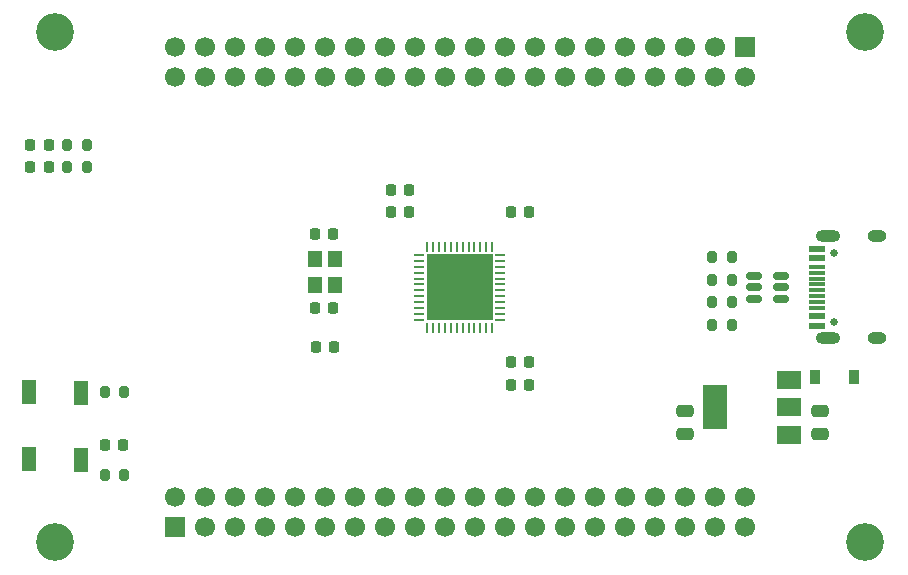
<source format=gbr>
%TF.GenerationSoftware,KiCad,Pcbnew,6.0.2+dfsg-1*%
%TF.CreationDate,2022-03-05T11:59:17+08:00*%
%TF.ProjectId,mcustm32f411,6d637573-746d-4333-9266-3431312e6b69,a*%
%TF.SameCoordinates,Original*%
%TF.FileFunction,Soldermask,Top*%
%TF.FilePolarity,Negative*%
%FSLAX46Y46*%
G04 Gerber Fmt 4.6, Leading zero omitted, Abs format (unit mm)*
G04 Created by KiCad (PCBNEW 6.0.2+dfsg-1) date 2022-03-05 11:59:17*
%MOMM*%
%LPD*%
G01*
G04 APERTURE LIST*
G04 Aperture macros list*
%AMRoundRect*
0 Rectangle with rounded corners*
0 $1 Rounding radius*
0 $2 $3 $4 $5 $6 $7 $8 $9 X,Y pos of 4 corners*
0 Add a 4 corners polygon primitive as box body*
4,1,4,$2,$3,$4,$5,$6,$7,$8,$9,$2,$3,0*
0 Add four circle primitives for the rounded corners*
1,1,$1+$1,$2,$3*
1,1,$1+$1,$4,$5*
1,1,$1+$1,$6,$7*
1,1,$1+$1,$8,$9*
0 Add four rect primitives between the rounded corners*
20,1,$1+$1,$2,$3,$4,$5,0*
20,1,$1+$1,$4,$5,$6,$7,0*
20,1,$1+$1,$6,$7,$8,$9,0*
20,1,$1+$1,$8,$9,$2,$3,0*%
G04 Aperture macros list end*
%ADD10RoundRect,0.225000X-0.225000X-0.250000X0.225000X-0.250000X0.225000X0.250000X-0.225000X0.250000X0*%
%ADD11R,0.900000X1.200000*%
%ADD12C,0.650000*%
%ADD13R,1.450000X0.600000*%
%ADD14R,1.450000X0.300000*%
%ADD15O,2.100000X1.000000*%
%ADD16O,1.600000X1.000000*%
%ADD17R,1.200000X2.000000*%
%ADD18RoundRect,0.225000X0.225000X0.250000X-0.225000X0.250000X-0.225000X-0.250000X0.225000X-0.250000X0*%
%ADD19R,2.000000X1.500000*%
%ADD20R,2.000000X3.800000*%
%ADD21RoundRect,0.250000X-0.475000X0.250000X-0.475000X-0.250000X0.475000X-0.250000X0.475000X0.250000X0*%
%ADD22RoundRect,0.200000X-0.200000X-0.275000X0.200000X-0.275000X0.200000X0.275000X-0.200000X0.275000X0*%
%ADD23RoundRect,0.218750X0.218750X0.256250X-0.218750X0.256250X-0.218750X-0.256250X0.218750X-0.256250X0*%
%ADD24C,1.700000*%
%ADD25R,1.700000X1.700000*%
%ADD26C,3.200000*%
%ADD27RoundRect,0.150000X-0.512500X-0.150000X0.512500X-0.150000X0.512500X0.150000X-0.512500X0.150000X0*%
%ADD28RoundRect,0.200000X0.200000X0.275000X-0.200000X0.275000X-0.200000X-0.275000X0.200000X-0.275000X0*%
%ADD29R,1.200000X1.400000*%
%ADD30RoundRect,0.062500X-0.375000X-0.062500X0.375000X-0.062500X0.375000X0.062500X-0.375000X0.062500X0*%
%ADD31RoundRect,0.062500X-0.062500X-0.375000X0.062500X-0.375000X0.062500X0.375000X-0.062500X0.375000X0*%
%ADD32R,5.600000X5.600000*%
G04 APERTURE END LIST*
D10*
%TO.C,C9*%
X156705000Y-109855000D03*
X158255000Y-109855000D03*
%TD*%
D11*
%TO.C,D1*%
X182500000Y-109220000D03*
X185800000Y-109220000D03*
%TD*%
D12*
%TO.C,J1*%
X184090000Y-98710000D03*
X184090000Y-104490000D03*
D13*
X182645000Y-104850000D03*
X182645000Y-104050000D03*
D14*
X182645000Y-102850000D03*
X182645000Y-101850000D03*
X182645000Y-101350000D03*
X182645000Y-100350000D03*
D13*
X182645000Y-99150000D03*
X182645000Y-98350000D03*
X182645000Y-98350000D03*
X182645000Y-99150000D03*
D14*
X182645000Y-99850000D03*
X182645000Y-100850000D03*
X182645000Y-102350000D03*
X182645000Y-103350000D03*
D13*
X182645000Y-104050000D03*
X182645000Y-104850000D03*
D15*
X183560000Y-105920000D03*
X183560000Y-97280000D03*
D16*
X187740000Y-105920000D03*
X187740000Y-97280000D03*
%TD*%
D17*
%TO.C,SW1*%
X115910000Y-116155000D03*
X120310000Y-116205000D03*
%TD*%
%TO.C,SW2*%
X120310000Y-110540000D03*
X115910000Y-110490000D03*
%TD*%
D18*
%TO.C,C5*%
X148095000Y-95250000D03*
X146545000Y-95250000D03*
%TD*%
D10*
%TO.C,C6*%
X156705000Y-95250000D03*
X158255000Y-95250000D03*
%TD*%
D18*
%TO.C,C7*%
X141745000Y-106680000D03*
X140195000Y-106680000D03*
%TD*%
D10*
%TO.C,C8*%
X156705000Y-107950000D03*
X158255000Y-107950000D03*
%TD*%
D19*
%TO.C,U1*%
X180315000Y-114060000D03*
D20*
X174015000Y-111760000D03*
D19*
X180315000Y-111760000D03*
X180315000Y-109460000D03*
%TD*%
D21*
%TO.C,C1*%
X182880000Y-112080000D03*
X182880000Y-113980000D03*
%TD*%
D10*
%TO.C,C2*%
X122375000Y-114935000D03*
X123925000Y-114935000D03*
%TD*%
D22*
%TO.C,R5*%
X173800000Y-102870000D03*
X175450000Y-102870000D03*
%TD*%
%TO.C,R6*%
X173800000Y-100965000D03*
X175450000Y-100965000D03*
%TD*%
D23*
%TO.C,D2*%
X117627500Y-89535000D03*
X116052500Y-89535000D03*
%TD*%
%TO.C,D3*%
X117627500Y-91440000D03*
X116052500Y-91440000D03*
%TD*%
D22*
%TO.C,R3*%
X173800000Y-104775000D03*
X175450000Y-104775000D03*
%TD*%
%TO.C,R4*%
X173800000Y-99060000D03*
X175450000Y-99060000D03*
%TD*%
%TO.C,R7*%
X119190000Y-89535000D03*
X120840000Y-89535000D03*
%TD*%
%TO.C,R8*%
X119190000Y-91440000D03*
X120840000Y-91440000D03*
%TD*%
D10*
%TO.C,C10*%
X140125000Y-97100000D03*
X141675000Y-97100000D03*
%TD*%
D18*
%TO.C,C11*%
X141675000Y-103350000D03*
X140125000Y-103350000D03*
%TD*%
D24*
%TO.C,J2*%
X128270000Y-83820000D03*
X128270000Y-81280000D03*
X130810000Y-83820000D03*
X130810000Y-81280000D03*
X133350000Y-83820000D03*
X133350000Y-81280000D03*
X135890000Y-83820000D03*
X135890000Y-81280000D03*
X138430000Y-83820000D03*
X138430000Y-81280000D03*
X140970000Y-83820000D03*
X140970000Y-81280000D03*
X143510000Y-83820000D03*
X143510000Y-81280000D03*
X146050000Y-83820000D03*
X146050000Y-81280000D03*
X148590000Y-83820000D03*
X148590000Y-81280000D03*
X151130000Y-83820000D03*
X151130000Y-81280000D03*
X153670000Y-83820000D03*
X153670000Y-81280000D03*
X156210000Y-83820000D03*
X156210000Y-81280000D03*
X158750000Y-83820000D03*
X158750000Y-81280000D03*
X161290000Y-83820000D03*
X161290000Y-81280000D03*
X163830000Y-83820000D03*
X163830000Y-81280000D03*
X166370000Y-83820000D03*
X166370000Y-81280000D03*
X168910000Y-83820000D03*
X168910000Y-81280000D03*
X171450000Y-83820000D03*
X171450000Y-81280000D03*
X173990000Y-83820000D03*
X173990000Y-81280000D03*
X176530000Y-83820000D03*
D25*
X176530000Y-81280000D03*
D24*
X176530000Y-119380000D03*
X176530000Y-121920000D03*
X173990000Y-119380000D03*
X173990000Y-121920000D03*
X171450000Y-119380000D03*
X171450000Y-121920000D03*
X168910000Y-119380000D03*
X168910000Y-121920000D03*
X166370000Y-119380000D03*
X166370000Y-121920000D03*
X163830000Y-119380000D03*
X163830000Y-121920000D03*
X161290000Y-119380000D03*
X161290000Y-121920000D03*
X158750000Y-119380000D03*
X158750000Y-121920000D03*
X156210000Y-119380000D03*
X156210000Y-121920000D03*
X153670000Y-119380000D03*
X153670000Y-121920000D03*
X151130000Y-119380000D03*
X151130000Y-121920000D03*
X148590000Y-119380000D03*
X148590000Y-121920000D03*
X146050000Y-119380000D03*
X146050000Y-121920000D03*
X143510000Y-119380000D03*
X143510000Y-121920000D03*
X140970000Y-119380000D03*
X140970000Y-121920000D03*
X138430000Y-119380000D03*
X138430000Y-121920000D03*
X135890000Y-119380000D03*
X135890000Y-121920000D03*
X133350000Y-119380000D03*
X133350000Y-121920000D03*
X130810000Y-119380000D03*
X130810000Y-121920000D03*
X128270000Y-119380000D03*
D25*
X128270000Y-121920000D03*
D26*
X118110000Y-80010000D03*
X186690000Y-123190000D03*
X186690000Y-80010000D03*
X118110000Y-123190000D03*
%TD*%
D27*
%TO.C,U3*%
X177297500Y-100650000D03*
X177297500Y-101600000D03*
X177297500Y-102550000D03*
X179572500Y-102550000D03*
X179572500Y-101600000D03*
X179572500Y-100650000D03*
%TD*%
D18*
%TO.C,C4*%
X148095000Y-93345000D03*
X146545000Y-93345000D03*
%TD*%
D28*
%TO.C,R1*%
X124015000Y-117475000D03*
X122365000Y-117475000D03*
%TD*%
D22*
%TO.C,R2*%
X122365000Y-110490000D03*
X124015000Y-110490000D03*
%TD*%
D29*
%TO.C,Y1*%
X140120000Y-99230000D03*
X140120000Y-101430000D03*
X141820000Y-101430000D03*
X141820000Y-99230000D03*
%TD*%
D21*
%TO.C,C3*%
X171450000Y-112080000D03*
X171450000Y-113980000D03*
%TD*%
D30*
%TO.C,U2*%
X148962500Y-98850000D03*
X148962500Y-99350000D03*
X148962500Y-99850000D03*
X148962500Y-100350000D03*
X148962500Y-100850000D03*
X148962500Y-101350000D03*
X148962500Y-101850000D03*
X148962500Y-102350000D03*
X148962500Y-102850000D03*
X148962500Y-103350000D03*
X148962500Y-103850000D03*
X148962500Y-104350000D03*
D31*
X149650000Y-105037500D03*
X150150000Y-105037500D03*
X150650000Y-105037500D03*
X151150000Y-105037500D03*
X151650000Y-105037500D03*
X152150000Y-105037500D03*
X152650000Y-105037500D03*
X153150000Y-105037500D03*
X153650000Y-105037500D03*
X154150000Y-105037500D03*
X154650000Y-105037500D03*
X155150000Y-105037500D03*
D30*
X155837500Y-104350000D03*
X155837500Y-103850000D03*
X155837500Y-103350000D03*
X155837500Y-102850000D03*
X155837500Y-102350000D03*
X155837500Y-101850000D03*
X155837500Y-101350000D03*
X155837500Y-100850000D03*
X155837500Y-100350000D03*
X155837500Y-99850000D03*
X155837500Y-99350000D03*
X155837500Y-98850000D03*
D31*
X155150000Y-98162500D03*
X154650000Y-98162500D03*
X154150000Y-98162500D03*
X153650000Y-98162500D03*
X153150000Y-98162500D03*
X152650000Y-98162500D03*
X152150000Y-98162500D03*
X151650000Y-98162500D03*
X151150000Y-98162500D03*
X150650000Y-98162500D03*
X150150000Y-98162500D03*
X149650000Y-98162500D03*
D32*
X152400000Y-101600000D03*
%TD*%
M02*

</source>
